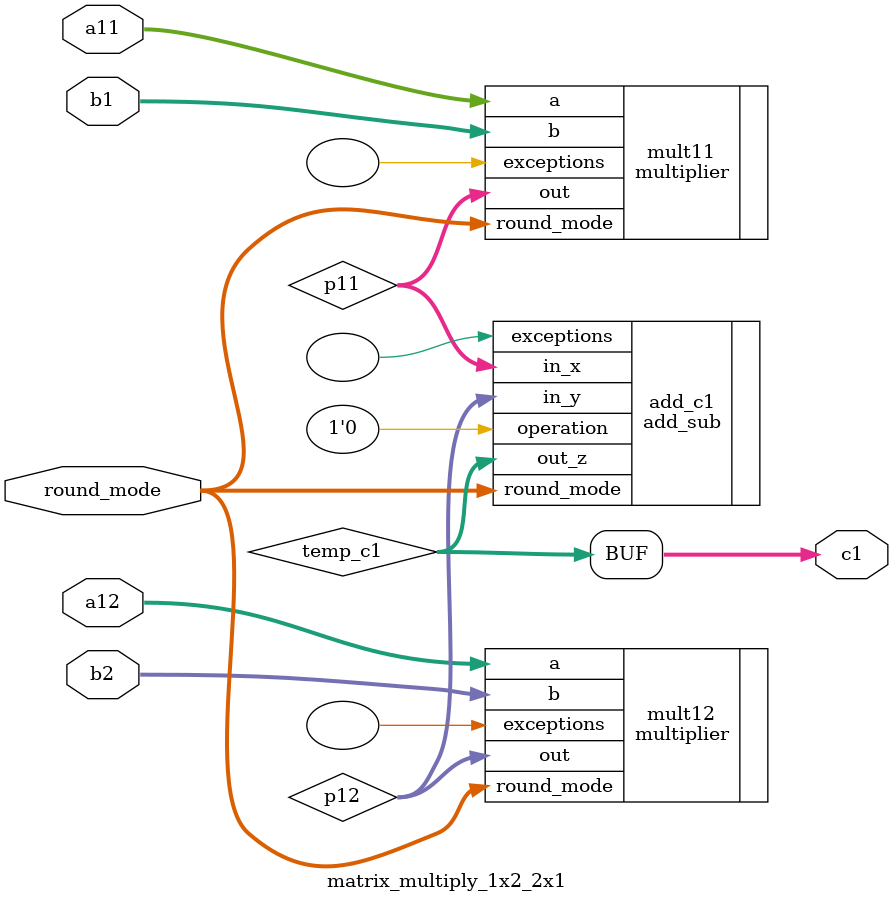
<source format=sv>

module matrix_multiply_1x2_2x1 #(
    parameter exp_width = 8,
    parameter mant_width = 24
) (
    input  wire [(exp_width + mant_width-1):0] a11,
    input  wire [(exp_width + mant_width-1):0] a12,
    input  wire [(exp_width + mant_width-1):0] b1,
    input  wire [(exp_width + mant_width-1):0] b2,
    input  wire [2:0]                          round_mode,
    
    output wire [(exp_width + mant_width-1):0] c1
    // output wire [4:0]                         exceptions // combined exceptions from all operations

);

    // Internal signals for intermediate values and connections
    wire [(exp_width + mant_width)-1:0] p11, p12;
    //wire [4:0]                          mult_exceptions_11, mult_exceptions_12;
    wire [(exp_width + mant_width-1):0] temp_c1;
   // wire [4:0]                          add_exceptions_c1;

    // Instantiate multipliers
    multiplier #(
        .exp_width(exp_width),
        .mant_width(mant_width)
    ) mult11 (
        .a(a11),
        .b(b1),
        .round_mode(round_mode),
        //.exceptions(mult_exceptions_11),
.exceptions(),
        .out(p11)
    );
    
    multiplier #(
        .exp_width(exp_width),
        .mant_width(mant_width)
    ) mult12 (
        .a(a12),
        .b(b2),
        .round_mode(round_mode),
        //.exceptions(mult_exceptions_12),
        .exceptions(),
        .out(p12)
    );
    
    // Instantiate adders
    add_sub add_c1 (
        .in_x(p11),
        .in_y(p12),
        .operation(1'b0), // 0 for add, 1 for sub
        .round_mode(round_mode),
        .out_z(temp_c1),
       // .exceptions(add_exceptions_c1)
        .exceptions()
    );
   

    assign c1 = temp_c1;
     // Combine exceptions using a bitwise OR operation
   // assign exceptions = mult_exceptions_11 | mult_exceptions_12 | add_exceptions_c1 ;


endmodule

</source>
